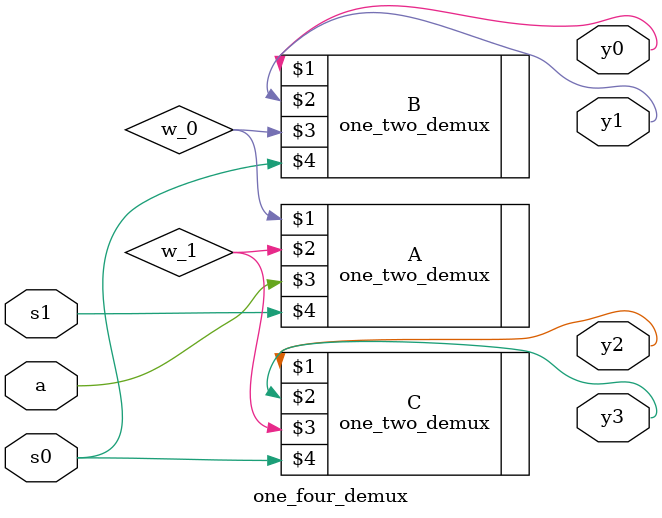
<source format=v>
`timescale 1ns / 1ps
module one_four_demux(y0,y1,y2,y3,a,s0,s1);
input a,s0,s1;
output y0,y1,y2,y3;
wire w_0 , w_1;
one_two_demux A(w_0,w_1,a,s1);
one_two_demux B(y0,y1,w_0,s0);
one_two_demux C(y2,y3,w_1,s0);
endmodule

</source>
